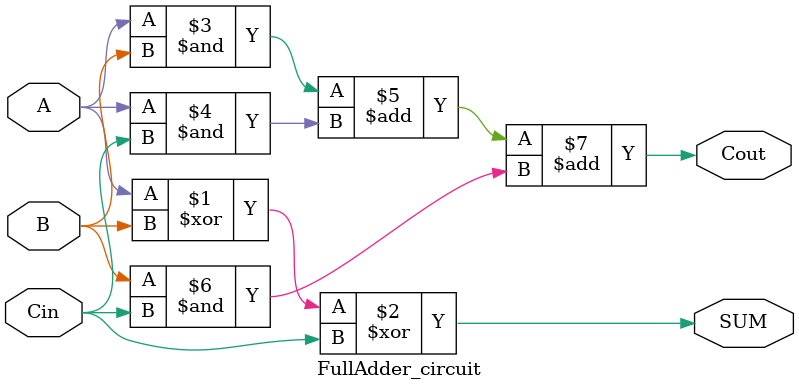
<source format=v>
`timescale 1ns / 1ps

module FullAdder_circuit(
    input A,
    input B,
    input Cin,
    output SUM,
    output Cout
    );

assign SUM = A^B^Cin;
assign Cout = (A&B) + (A & Cin) + (B & Cin);
endmodule

</source>
